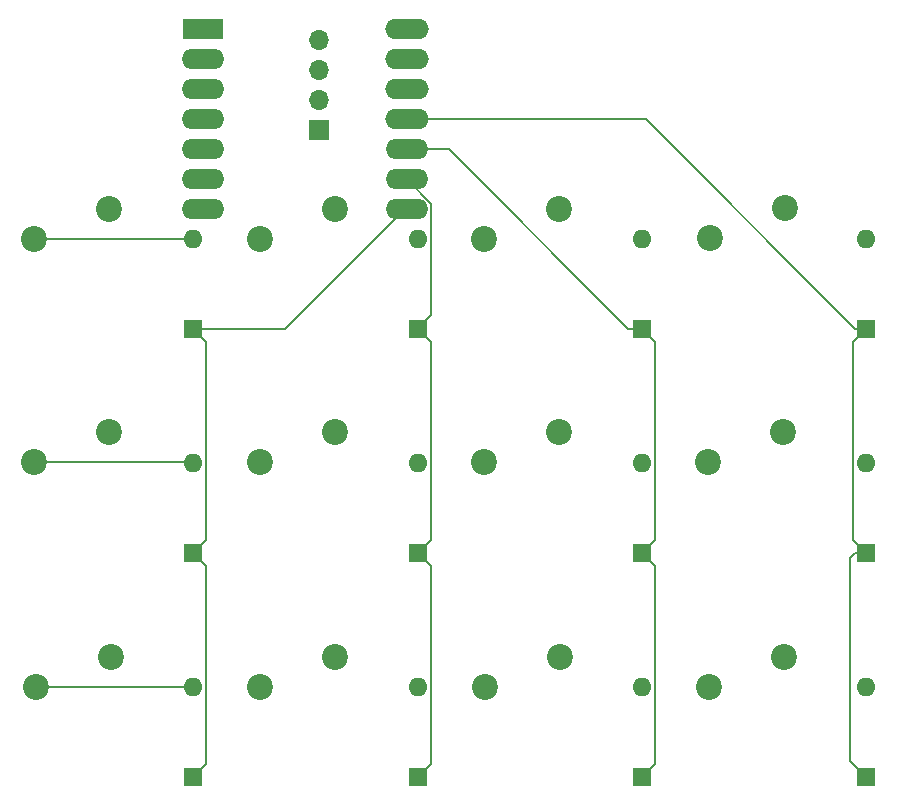
<source format=gbr>
%TF.GenerationSoftware,KiCad,Pcbnew,8.0.6*%
%TF.CreationDate,2024-10-21T19:55:21-04:00*%
%TF.ProjectId,pcb,7063622e-6b69-4636-9164-5f7063625858,rev?*%
%TF.SameCoordinates,Original*%
%TF.FileFunction,Copper,L2,Bot*%
%TF.FilePolarity,Positive*%
%FSLAX46Y46*%
G04 Gerber Fmt 4.6, Leading zero omitted, Abs format (unit mm)*
G04 Created by KiCad (PCBNEW 8.0.6) date 2024-10-21 19:55:21*
%MOMM*%
%LPD*%
G01*
G04 APERTURE LIST*
%TA.AperFunction,ComponentPad*%
%ADD10O,1.600000X1.600000*%
%TD*%
%TA.AperFunction,ComponentPad*%
%ADD11R,1.600000X1.600000*%
%TD*%
%TA.AperFunction,ComponentPad*%
%ADD12C,2.200000*%
%TD*%
%TA.AperFunction,ComponentPad*%
%ADD13O,1.700000X1.700000*%
%TD*%
%TA.AperFunction,ComponentPad*%
%ADD14R,1.700000X1.700000*%
%TD*%
%TA.AperFunction,ComponentPad*%
%ADD15O,3.700000X1.700000*%
%TD*%
%TA.AperFunction,ComponentPad*%
%ADD16O,3.600000X1.700000*%
%TD*%
%TA.AperFunction,ComponentPad*%
%ADD17R,3.500000X1.700000*%
%TD*%
%TA.AperFunction,Conductor*%
%ADD18C,0.200000*%
%TD*%
G04 APERTURE END LIST*
D10*
%TO.P,D12,2,A*%
%TO.N,Net-(D12-A)*%
X172420000Y-96000000D03*
D11*
%TO.P,D12,1,K*%
%TO.N,r3*%
X172420000Y-103620000D03*
%TD*%
D10*
%TO.P,D10,2,A*%
%TO.N,Net-(D10-A)*%
X172420000Y-58000000D03*
D11*
%TO.P,D10,1,K*%
%TO.N,r3*%
X172420000Y-65620000D03*
%TD*%
D12*
%TO.P,SW10,2,2*%
%TO.N,Net-(D10-A)*%
X159190000Y-57960000D03*
%TO.P,SW10,1,1*%
%TO.N,c2*%
X165540000Y-55420000D03*
%TD*%
D10*
%TO.P,D8,2,A*%
%TO.N,Net-(D8-A)*%
X153420000Y-77000000D03*
D11*
%TO.P,D8,1,K*%
%TO.N,r2*%
X153420000Y-84620000D03*
%TD*%
D12*
%TO.P,SW9,2,2*%
%TO.N,Net-(D9-A)*%
X140110000Y-95960000D03*
%TO.P,SW9,1,1*%
%TO.N,c0*%
X146460000Y-93420000D03*
%TD*%
D10*
%TO.P,D9,2,A*%
%TO.N,Net-(D9-A)*%
X153420000Y-96000000D03*
D11*
%TO.P,D9,1,K*%
%TO.N,r2*%
X153420000Y-103620000D03*
%TD*%
D12*
%TO.P,SW2,2,2*%
%TO.N,Net-(D2-A)*%
X101980000Y-76960000D03*
%TO.P,SW2,1,1*%
%TO.N,c1*%
X108330000Y-74420000D03*
%TD*%
%TO.P,SW4,2,2*%
%TO.N,Net-(D4-A)*%
X121110000Y-58040000D03*
%TO.P,SW4,1,1*%
%TO.N,c2*%
X127460000Y-55500000D03*
%TD*%
D10*
%TO.P,D4,2,A*%
%TO.N,Net-(D4-A)*%
X134420000Y-58000000D03*
D11*
%TO.P,D4,1,K*%
%TO.N,r1*%
X134420000Y-65620000D03*
%TD*%
D10*
%TO.P,D5,2,A*%
%TO.N,Net-(D5-A)*%
X134420000Y-77000000D03*
D11*
%TO.P,D5,1,K*%
%TO.N,r1*%
X134420000Y-84620000D03*
%TD*%
D10*
%TO.P,D11,2,A*%
%TO.N,Net-(D11-A)*%
X172420000Y-77000000D03*
D11*
%TO.P,D11,1,K*%
%TO.N,r3*%
X172420000Y-84620000D03*
%TD*%
D12*
%TO.P,SW3,2,2*%
%TO.N,Net-(D3-A)*%
X102110000Y-95960000D03*
%TO.P,SW3,1,1*%
%TO.N,c0*%
X108460000Y-93420000D03*
%TD*%
D13*
%TO.P,J1,4,SDA*%
%TO.N,Net-(J1-SDA)*%
X126100000Y-41180000D03*
%TO.P,J1,3,SCL*%
%TO.N,Net-(J1-SCL)*%
X126100000Y-43720000D03*
%TO.P,J1,2,VCC*%
%TO.N,Net-(J1-VCC)*%
X126100000Y-46260000D03*
D14*
%TO.P,J1,1,GND*%
%TO.N,Net-(J1-GND)*%
X126100000Y-48800000D03*
%TD*%
D12*
%TO.P,SW5,2,2*%
%TO.N,Net-(D5-A)*%
X121110000Y-76960000D03*
%TO.P,SW5,1,1*%
%TO.N,c1*%
X127460000Y-74420000D03*
%TD*%
D10*
%TO.P,D6,2,A*%
%TO.N,Net-(D6-A)*%
X134420000Y-96000000D03*
D11*
%TO.P,D6,1,K*%
%TO.N,r1*%
X134420000Y-103620000D03*
%TD*%
D10*
%TO.P,D7,2,A*%
%TO.N,Net-(D7-A)*%
X153420000Y-58000000D03*
D11*
%TO.P,D7,1,K*%
%TO.N,r2*%
X153420000Y-65620000D03*
%TD*%
D12*
%TO.P,SW6,2,2*%
%TO.N,Net-(D6-A)*%
X121110000Y-95960000D03*
%TO.P,SW6,1,1*%
%TO.N,c0*%
X127460000Y-93420000D03*
%TD*%
%TO.P,SW8,2,2*%
%TO.N,Net-(D8-A)*%
X140030000Y-76960000D03*
%TO.P,SW8,1,1*%
%TO.N,c1*%
X146380000Y-74420000D03*
%TD*%
D15*
%TO.P,U1,14,5V*%
%TO.N,Net-(J1-VCC)*%
X133500000Y-40300000D03*
%TO.P,U1,13,GND*%
%TO.N,Net-(J1-GND)*%
X133500000Y-42840000D03*
%TO.P,U1,12,3V3*%
%TO.N,unconnected-(U1-3V3-Pad12)*%
X133500000Y-45380000D03*
%TO.P,U1,11,PA6_A10_D10_MOSI*%
%TO.N,r3*%
X133500000Y-47920000D03*
D16*
%TO.P,U1,10,PA5_A9_D9_MISO*%
%TO.N,r2*%
X133500000Y-50460000D03*
%TO.P,U1,9,PA7_A8_D8_SCK*%
%TO.N,r1*%
X133500000Y-53000000D03*
%TO.P,U1,8,PB09_A7_D7_RX*%
%TO.N,r0*%
X133500000Y-55540000D03*
%TO.P,U1,7,PB08_A6_D6_TX*%
%TO.N,unconnected-(U1-PB08_A6_D6_TX-Pad7)*%
X116250000Y-55540000D03*
%TO.P,U1,6,PA9_A5_D5_SCL*%
%TO.N,Net-(J1-SCL)*%
X116250000Y-53000000D03*
%TO.P,U1,5,PA8_A4_D4_SDA*%
%TO.N,Net-(J1-SDA)*%
X116250000Y-50460000D03*
%TO.P,U1,4,PA11_A3_D3*%
%TO.N,c2*%
X116250000Y-47920000D03*
%TO.P,U1,3,PA10_A2_D2*%
%TO.N,c1*%
X116250000Y-45380000D03*
%TO.P,U1,2,PA4_A1_D1*%
%TO.N,c0*%
X116250000Y-42840000D03*
D17*
%TO.P,U1,1,PA02_A0_D0*%
%TO.N,unconnected-(U1-PA02_A0_D0-Pad1)*%
X116250000Y-40300000D03*
%TD*%
D12*
%TO.P,SW7,2,2*%
%TO.N,Net-(D7-A)*%
X140030000Y-58040000D03*
%TO.P,SW7,1,1*%
%TO.N,c2*%
X146380000Y-55500000D03*
%TD*%
D10*
%TO.P,D1,2,A*%
%TO.N,Net-(D1-A)*%
X115420000Y-58000000D03*
D11*
%TO.P,D1,1,K*%
%TO.N,r0*%
X115420000Y-65620000D03*
%TD*%
D10*
%TO.P,D2,2,A*%
%TO.N,Net-(D2-A)*%
X115420000Y-77000000D03*
D11*
%TO.P,D2,1,K*%
%TO.N,r0*%
X115420000Y-84620000D03*
%TD*%
D10*
%TO.P,D3,2,A*%
%TO.N,Net-(D3-A)*%
X115420000Y-96000000D03*
D11*
%TO.P,D3,1,K*%
%TO.N,r0*%
X115420000Y-103620000D03*
%TD*%
D12*
%TO.P,SW12,2,2*%
%TO.N,Net-(D12-A)*%
X159110000Y-95960000D03*
%TO.P,SW12,1,1*%
%TO.N,c0*%
X165460000Y-93420000D03*
%TD*%
%TO.P,SW11,2,2*%
%TO.N,Net-(D11-A)*%
X159030000Y-76960000D03*
%TO.P,SW11,1,1*%
%TO.N,c1*%
X165380000Y-74420000D03*
%TD*%
%TO.P,SW1,2,2*%
%TO.N,Net-(D1-A)*%
X101980000Y-58040000D03*
%TO.P,SW1,1,1*%
%TO.N,c2*%
X108330000Y-55500000D03*
%TD*%
D18*
%TO.N,Net-(D1-A)*%
X115380000Y-58040000D02*
X115420000Y-58000000D01*
X101980000Y-58040000D02*
X115380000Y-58040000D01*
%TO.N,r0*%
X123203402Y-65620000D02*
X115420000Y-65620000D01*
X132500000Y-55540000D02*
X132500000Y-56323402D01*
X115420000Y-84620000D02*
X116520000Y-85720000D01*
X116520000Y-83520000D02*
X115420000Y-84620000D01*
X116520000Y-85720000D02*
X116520000Y-102520000D01*
X132500000Y-56323402D02*
X123203402Y-65620000D01*
X115420000Y-65620000D02*
X116520000Y-66720000D01*
X116520000Y-66720000D02*
X116520000Y-83520000D01*
X116520000Y-102520000D02*
X115420000Y-103620000D01*
%TO.N,Net-(D2-A)*%
X115380000Y-76960000D02*
X115420000Y-77000000D01*
X101980000Y-76960000D02*
X115380000Y-76960000D01*
%TO.N,Net-(D3-A)*%
X102110000Y-95960000D02*
X115380000Y-95960000D01*
X115380000Y-95960000D02*
X115420000Y-96000000D01*
%TO.N,r1*%
X135520000Y-83520000D02*
X134420000Y-84620000D01*
X135600000Y-64440000D02*
X134420000Y-65620000D01*
X135520000Y-85720000D02*
X135520000Y-102520000D01*
X134420000Y-84620000D02*
X135520000Y-85720000D01*
X135520000Y-66720000D02*
X135520000Y-83520000D01*
X133536346Y-53000000D02*
X135600000Y-55063654D01*
X134420000Y-65620000D02*
X135520000Y-66720000D01*
X135600000Y-55063654D02*
X135600000Y-64440000D01*
X135520000Y-102520000D02*
X134420000Y-103620000D01*
X132500000Y-53000000D02*
X133536346Y-53000000D01*
%TO.N,r2*%
X152262944Y-65620000D02*
X153420000Y-65620000D01*
X154520000Y-83520000D02*
X153420000Y-84620000D01*
X132500000Y-50460000D02*
X137102944Y-50460000D01*
X154520000Y-85720000D02*
X154520000Y-102520000D01*
X137102944Y-50460000D02*
X152262944Y-65620000D01*
X153420000Y-84620000D02*
X154520000Y-85720000D01*
X154520000Y-102520000D02*
X153420000Y-103620000D01*
X153420000Y-65620000D02*
X154520000Y-66720000D01*
X154520000Y-66720000D02*
X154520000Y-83520000D01*
%TO.N,r3*%
X171420000Y-84620000D02*
X171000000Y-85040000D01*
X171000000Y-85040000D02*
X171000000Y-102200000D01*
X171000000Y-102200000D02*
X172420000Y-103620000D01*
X172420000Y-84620000D02*
X171420000Y-84620000D01*
X171320000Y-83520000D02*
X172420000Y-84620000D01*
X171443402Y-65620000D02*
X172420000Y-65620000D01*
X153743402Y-47920000D02*
X171443402Y-65620000D01*
X172420000Y-65620000D02*
X171320000Y-66720000D01*
X132500000Y-47920000D02*
X153743402Y-47920000D01*
X171320000Y-66720000D02*
X171320000Y-83520000D01*
%TO.N,Net-(J1-GND)*%
X132500000Y-42840000D02*
X132060000Y-42840000D01*
%TO.N,Net-(J1-VCC)*%
X132500000Y-40300000D02*
X132060000Y-40300000D01*
%TO.N,Net-(J1-SDA)*%
X117250000Y-50460000D02*
X117250000Y-50030000D01*
%TO.N,c0*%
X117250000Y-42840000D02*
X116213654Y-42840000D01*
%TO.N,c1*%
X117250000Y-45380000D02*
X116100101Y-45380000D01*
%TO.N,c2*%
X117250000Y-47920000D02*
X115540000Y-47920000D01*
%TD*%
M02*

</source>
